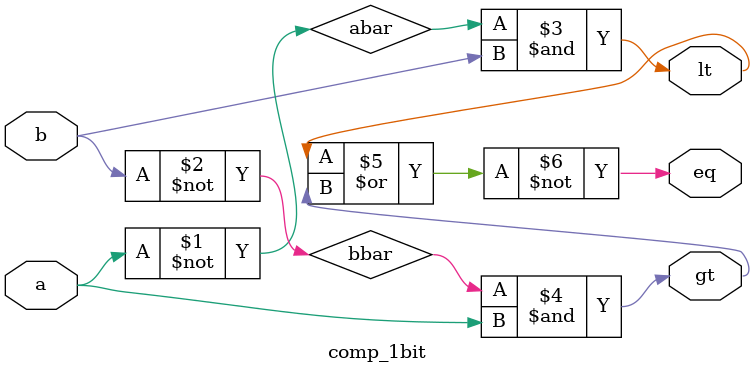
<source format=v>
`timescale 1ns / 1ps


module comp_1bit(//comparator module for 1bit numbers which tells which is greater or if they are equal using gate logic
    input wire a,
    input wire b,
    output wire eq,
    output wire gt,
    output wire lt
    );
    
wire abar, bbar;

assign abar = ~a;
assign bbar = ~b;

assign lt = abar &b;
assign gt = bbar & a;

assign eq = ~(lt|gt);


endmodule
</source>
